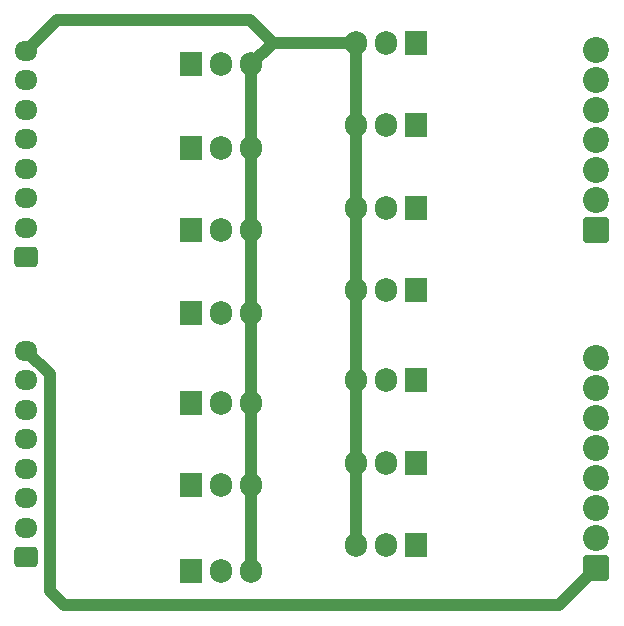
<source format=gbl>
%TF.GenerationSoftware,KiCad,Pcbnew,9.0.1*%
%TF.CreationDate,2025-05-07T23:59:22-03:00*%
%TF.ProjectId,Display,44697370-6c61-4792-9e6b-696361645f70,rev?*%
%TF.SameCoordinates,Original*%
%TF.FileFunction,Copper,L2,Bot*%
%TF.FilePolarity,Positive*%
%FSLAX46Y46*%
G04 Gerber Fmt 4.6, Leading zero omitted, Abs format (unit mm)*
G04 Created by KiCad (PCBNEW 9.0.1) date 2025-05-07 23:59:22*
%MOMM*%
%LPD*%
G01*
G04 APERTURE LIST*
G04 Aperture macros list*
%AMRoundRect*
0 Rectangle with rounded corners*
0 $1 Rounding radius*
0 $2 $3 $4 $5 $6 $7 $8 $9 X,Y pos of 4 corners*
0 Add a 4 corners polygon primitive as box body*
4,1,4,$2,$3,$4,$5,$6,$7,$8,$9,$2,$3,0*
0 Add four circle primitives for the rounded corners*
1,1,$1+$1,$2,$3*
1,1,$1+$1,$4,$5*
1,1,$1+$1,$6,$7*
1,1,$1+$1,$8,$9*
0 Add four rect primitives between the rounded corners*
20,1,$1+$1,$2,$3,$4,$5,0*
20,1,$1+$1,$4,$5,$6,$7,0*
20,1,$1+$1,$6,$7,$8,$9,0*
20,1,$1+$1,$8,$9,$2,$3,0*%
G04 Aperture macros list end*
%TA.AperFunction,ComponentPad*%
%ADD10R,1.905000X2.000000*%
%TD*%
%TA.AperFunction,ComponentPad*%
%ADD11O,1.905000X2.000000*%
%TD*%
%TA.AperFunction,ComponentPad*%
%ADD12RoundRect,0.250000X0.725000X-0.600000X0.725000X0.600000X-0.725000X0.600000X-0.725000X-0.600000X0*%
%TD*%
%TA.AperFunction,ComponentPad*%
%ADD13O,1.950000X1.700000*%
%TD*%
%TA.AperFunction,ComponentPad*%
%ADD14RoundRect,0.249999X0.850001X-0.850001X0.850001X0.850001X-0.850001X0.850001X-0.850001X-0.850001X0*%
%TD*%
%TA.AperFunction,ComponentPad*%
%ADD15C,2.200000*%
%TD*%
%TA.AperFunction,Conductor*%
%ADD16C,1.000000*%
%TD*%
%TA.AperFunction,Conductor*%
%ADD17C,0.200000*%
%TD*%
G04 APERTURE END LIST*
D10*
%TO.P,Q7,1,B*%
%TO.N,f_D_in*%
X46990000Y-53340000D03*
D11*
%TO.P,Q7,2,C*%
%TO.N,f_D_out*%
X49530000Y-53340000D03*
%TO.P,Q7,3,E*%
%TO.N,GND*%
X52070000Y-53340000D03*
%TD*%
D10*
%TO.P,Q10,1,B*%
%TO.N,b_U_in*%
X46990000Y-67945000D03*
D11*
%TO.P,Q10,2,C*%
%TO.N,b_U_out*%
X49530000Y-67945000D03*
%TO.P,Q10,3,E*%
%TO.N,GND*%
X52070000Y-67945000D03*
%TD*%
D10*
%TO.P,Q8,1,B*%
%TO.N,g_D_in*%
X66040000Y-44450000D03*
D11*
%TO.P,Q8,2,C*%
%TO.N,g_D_out*%
X63500000Y-44450000D03*
%TO.P,Q8,3,E*%
%TO.N,GND*%
X60960000Y-44450000D03*
%TD*%
D10*
%TO.P,Q12,1,B*%
%TO.N,d_U_in*%
X46990000Y-60960000D03*
D11*
%TO.P,Q12,2,C*%
%TO.N,d_U_out*%
X49530000Y-60960000D03*
%TO.P,Q12,3,E*%
%TO.N,GND*%
X52070000Y-60960000D03*
%TD*%
D10*
%TO.P,Q2,1,B*%
%TO.N,a_D_in*%
X46990000Y-46355000D03*
D11*
%TO.P,Q2,2,C*%
%TO.N,a_D_out*%
X49530000Y-46355000D03*
%TO.P,Q2,3,E*%
%TO.N,GND*%
X52070000Y-46355000D03*
%TD*%
D12*
%TO.P,J5,1,Pin_1*%
%TO.N,f_U_in*%
X33020000Y-74055000D03*
D13*
%TO.P,J5,2,Pin_2*%
%TO.N,g_U_in*%
X33020000Y-71555000D03*
%TO.P,J5,3,Pin_3*%
%TO.N,a_U_in*%
X33020000Y-69055000D03*
%TO.P,J5,4,Pin_4*%
%TO.N,b_U_in*%
X33020000Y-66555000D03*
%TO.P,J5,5,Pin_5*%
%TO.N,c_U_in*%
X33020000Y-64055000D03*
%TO.P,J5,6,Pin_6*%
%TO.N,d_U_in*%
X33020000Y-61555000D03*
%TO.P,J5,7,Pin_7*%
%TO.N,e_U_in*%
X33020000Y-59055000D03*
%TO.P,J5,8,Pin_8*%
%TO.N,+12V*%
X33020000Y-56555000D03*
%TD*%
D10*
%TO.P,Q9,1,B*%
%TO.N,a_U_in*%
X66040000Y-66040000D03*
D11*
%TO.P,Q9,2,C*%
%TO.N,a_U_out*%
X63500000Y-66040000D03*
%TO.P,Q9,3,E*%
%TO.N,GND*%
X60960000Y-66040000D03*
%TD*%
D14*
%TO.P,J6,1,Pin_1*%
%TO.N,+12V*%
X81280000Y-74930000D03*
D15*
%TO.P,J6,2,Pin_2*%
%TO.N,f_U_out*%
X81280000Y-72390000D03*
%TO.P,J6,3,Pin_3*%
%TO.N,g_U_out*%
X81280000Y-69850000D03*
%TO.P,J6,4,Pin_4*%
%TO.N,a_U_out*%
X81280000Y-67310000D03*
%TO.P,J6,5,Pin_5*%
%TO.N,b_U_out*%
X81280000Y-64770000D03*
%TO.P,J6,6,Pin_6*%
%TO.N,c_U_out*%
X81280000Y-62230000D03*
%TO.P,J6,7,Pin_7*%
%TO.N,d_U_out*%
X81280000Y-59690000D03*
%TO.P,J6,8,Pin_8*%
%TO.N,e_U_out*%
X81280000Y-57150000D03*
%TD*%
D10*
%TO.P,Q4,1,B*%
%TO.N,c_D_in*%
X46990000Y-39370000D03*
D11*
%TO.P,Q4,2,C*%
%TO.N,c_D_out*%
X49530000Y-39370000D03*
%TO.P,Q4,3,E*%
%TO.N,GND*%
X52070000Y-39370000D03*
%TD*%
D10*
%TO.P,Q3,1,B*%
%TO.N,b_D_in*%
X66040000Y-37465000D03*
D11*
%TO.P,Q3,2,C*%
%TO.N,b_D_out*%
X63500000Y-37465000D03*
%TO.P,Q3,3,E*%
%TO.N,GND*%
X60960000Y-37465000D03*
%TD*%
D10*
%TO.P,Q11,1,B*%
%TO.N,c_U_in*%
X66040000Y-59055000D03*
D11*
%TO.P,Q11,2,C*%
%TO.N,c_U_out*%
X63500000Y-59055000D03*
%TO.P,Q11,3,E*%
%TO.N,GND*%
X60960000Y-59055000D03*
%TD*%
D10*
%TO.P,Q6,1,B*%
%TO.N,e_D_in*%
X46990000Y-32290236D03*
D11*
%TO.P,Q6,2,C*%
%TO.N,e_D_out*%
X49530000Y-32290236D03*
%TO.P,Q6,3,E*%
%TO.N,GND*%
X52070000Y-32290236D03*
%TD*%
D14*
%TO.P,J1,1,Pin_1*%
%TO.N,f_D_out*%
X81280000Y-46355000D03*
D15*
%TO.P,J1,2,Pin_2*%
%TO.N,g_D_out*%
X81280000Y-43815000D03*
%TO.P,J1,3,Pin_3*%
%TO.N,a_D_out*%
X81280000Y-41275000D03*
%TO.P,J1,4,Pin_4*%
%TO.N,b_D_out*%
X81280000Y-38735000D03*
%TO.P,J1,5,Pin_5*%
%TO.N,c_D_out*%
X81280000Y-36195000D03*
%TO.P,J1,6,Pin_6*%
%TO.N,d_D_out*%
X81280000Y-33655000D03*
%TO.P,J1,7,Pin_7*%
%TO.N,e_D_out*%
X81280000Y-31115000D03*
%TD*%
D10*
%TO.P,Q5,1,B*%
%TO.N,d_D_in*%
X66040000Y-30480000D03*
D11*
%TO.P,Q5,2,C*%
%TO.N,d_D_out*%
X63500000Y-30480000D03*
%TO.P,Q5,3,E*%
%TO.N,GND*%
X60960000Y-30480000D03*
%TD*%
D10*
%TO.P,Q15,1,B*%
%TO.N,g_U_in*%
X46990000Y-75240000D03*
D11*
%TO.P,Q15,2,C*%
%TO.N,g_U_out*%
X49530000Y-75240000D03*
%TO.P,Q15,3,E*%
%TO.N,GND*%
X52070000Y-75240000D03*
%TD*%
D10*
%TO.P,Q13,1,B*%
%TO.N,e_U_in*%
X66040000Y-51435000D03*
D11*
%TO.P,Q13,2,C*%
%TO.N,e_U_out*%
X63500000Y-51435000D03*
%TO.P,Q13,3,E*%
%TO.N,GND*%
X60960000Y-51435000D03*
%TD*%
D12*
%TO.P,J4,1,Pin_1*%
%TO.N,f_D_in*%
X33020000Y-48655000D03*
D13*
%TO.P,J4,2,Pin_2*%
%TO.N,g_D_in*%
X33020000Y-46155000D03*
%TO.P,J4,3,Pin_3*%
%TO.N,a_D_in*%
X33020000Y-43655000D03*
%TO.P,J4,4,Pin_4*%
%TO.N,b_D_in*%
X33020000Y-41155000D03*
%TO.P,J4,5,Pin_5*%
%TO.N,c_D_in*%
X33020000Y-38655000D03*
%TO.P,J4,6,Pin_6*%
%TO.N,d_D_in*%
X33020000Y-36155000D03*
%TO.P,J4,7,Pin_7*%
%TO.N,e_D_in*%
X33020000Y-33655000D03*
%TO.P,J4,8,Pin_8*%
%TO.N,GND*%
X33020000Y-31155000D03*
%TD*%
D10*
%TO.P,Q14,1,B*%
%TO.N,f_U_in*%
X66040000Y-73025000D03*
D11*
%TO.P,Q14,2,C*%
%TO.N,f_U_out*%
X63500000Y-73025000D03*
%TO.P,Q14,3,E*%
%TO.N,GND*%
X60960000Y-73025000D03*
%TD*%
D16*
%TO.N,GND*%
X35600000Y-28575000D02*
X33020000Y-31155000D01*
X53880236Y-30480000D02*
X51975236Y-28575000D01*
X60960000Y-30480000D02*
X53880236Y-30480000D01*
X52070000Y-75240000D02*
X52070000Y-32290236D01*
D17*
X33020000Y-31155000D02*
X33185764Y-30989236D01*
D16*
X51975236Y-28575000D02*
X35600000Y-28575000D01*
X60960000Y-30480000D02*
X60960000Y-73025000D01*
X53880236Y-30480000D02*
X52070000Y-32290236D01*
%TO.N,+12V*%
X81280000Y-74930000D02*
X78105000Y-78105000D01*
X36203395Y-78105000D02*
X34995000Y-76896605D01*
X34995000Y-76896605D02*
X34995000Y-58530000D01*
X34995000Y-58530000D02*
X33020000Y-56555000D01*
X78105000Y-78105000D02*
X36203395Y-78105000D01*
%TD*%
M02*

</source>
